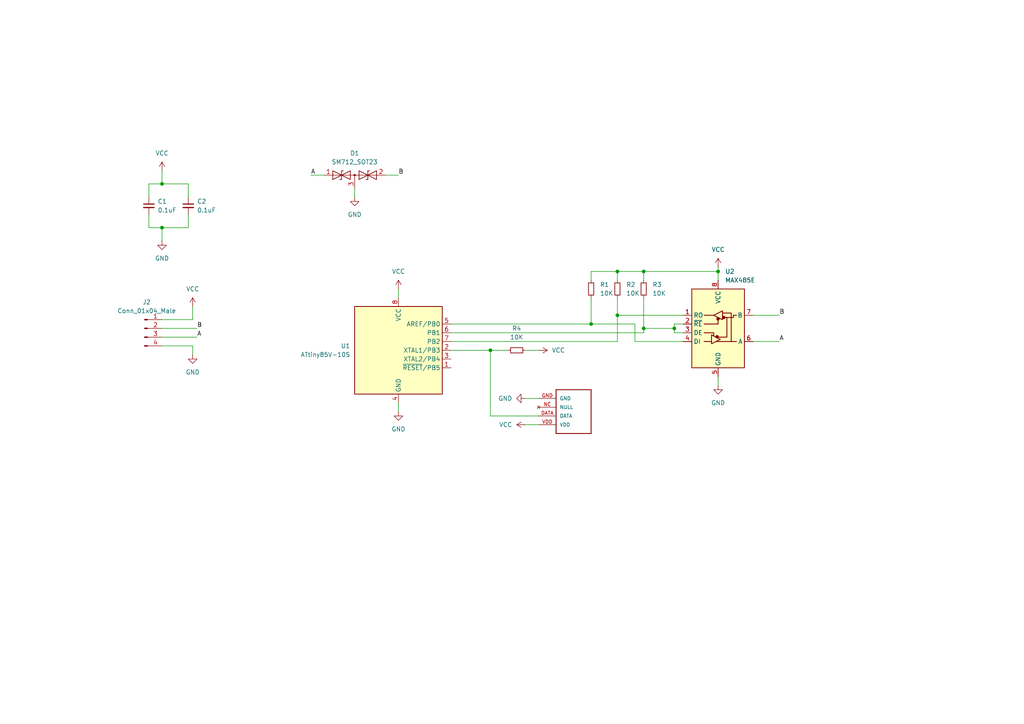
<source format=kicad_sch>
(kicad_sch (version 20211123) (generator eeschema)

  (uuid 9538e4ed-27e6-4c37-b989-9859dc0d49e8)

  (paper "A4")

  (lib_symbols
    (symbol "Connector:Conn_01x04_Male" (pin_names (offset 1.016) hide) (in_bom yes) (on_board yes)
      (property "Reference" "J" (id 0) (at 0 5.08 0)
        (effects (font (size 1.27 1.27)))
      )
      (property "Value" "Conn_01x04_Male" (id 1) (at 0 -7.62 0)
        (effects (font (size 1.27 1.27)))
      )
      (property "Footprint" "" (id 2) (at 0 0 0)
        (effects (font (size 1.27 1.27)) hide)
      )
      (property "Datasheet" "~" (id 3) (at 0 0 0)
        (effects (font (size 1.27 1.27)) hide)
      )
      (property "ki_keywords" "connector" (id 4) (at 0 0 0)
        (effects (font (size 1.27 1.27)) hide)
      )
      (property "ki_description" "Generic connector, single row, 01x04, script generated (kicad-library-utils/schlib/autogen/connector/)" (id 5) (at 0 0 0)
        (effects (font (size 1.27 1.27)) hide)
      )
      (property "ki_fp_filters" "Connector*:*_1x??_*" (id 6) (at 0 0 0)
        (effects (font (size 1.27 1.27)) hide)
      )
      (symbol "Conn_01x04_Male_1_1"
        (polyline
          (pts
            (xy 1.27 -5.08)
            (xy 0.8636 -5.08)
          )
          (stroke (width 0.1524) (type default) (color 0 0 0 0))
          (fill (type none))
        )
        (polyline
          (pts
            (xy 1.27 -2.54)
            (xy 0.8636 -2.54)
          )
          (stroke (width 0.1524) (type default) (color 0 0 0 0))
          (fill (type none))
        )
        (polyline
          (pts
            (xy 1.27 0)
            (xy 0.8636 0)
          )
          (stroke (width 0.1524) (type default) (color 0 0 0 0))
          (fill (type none))
        )
        (polyline
          (pts
            (xy 1.27 2.54)
            (xy 0.8636 2.54)
          )
          (stroke (width 0.1524) (type default) (color 0 0 0 0))
          (fill (type none))
        )
        (rectangle (start 0.8636 -4.953) (end 0 -5.207)
          (stroke (width 0.1524) (type default) (color 0 0 0 0))
          (fill (type outline))
        )
        (rectangle (start 0.8636 -2.413) (end 0 -2.667)
          (stroke (width 0.1524) (type default) (color 0 0 0 0))
          (fill (type outline))
        )
        (rectangle (start 0.8636 0.127) (end 0 -0.127)
          (stroke (width 0.1524) (type default) (color 0 0 0 0))
          (fill (type outline))
        )
        (rectangle (start 0.8636 2.667) (end 0 2.413)
          (stroke (width 0.1524) (type default) (color 0 0 0 0))
          (fill (type outline))
        )
        (pin passive line (at 5.08 2.54 180) (length 3.81)
          (name "Pin_1" (effects (font (size 1.27 1.27))))
          (number "1" (effects (font (size 1.27 1.27))))
        )
        (pin passive line (at 5.08 0 180) (length 3.81)
          (name "Pin_2" (effects (font (size 1.27 1.27))))
          (number "2" (effects (font (size 1.27 1.27))))
        )
        (pin passive line (at 5.08 -2.54 180) (length 3.81)
          (name "Pin_3" (effects (font (size 1.27 1.27))))
          (number "3" (effects (font (size 1.27 1.27))))
        )
        (pin passive line (at 5.08 -5.08 180) (length 3.81)
          (name "Pin_4" (effects (font (size 1.27 1.27))))
          (number "4" (effects (font (size 1.27 1.27))))
        )
      )
    )
    (symbol "DHT22:DHT22" (pin_names (offset 1.016)) (in_bom yes) (on_board yes)
      (property "Reference" "U" (id 0) (at 0 0 0)
        (effects (font (size 1.27 1.27)) (justify left bottom) hide)
      )
      (property "Value" "DHT22" (id 1) (at 0 0 0)
        (effects (font (size 1.27 1.27)) (justify left bottom) hide)
      )
      (property "Footprint" "DHT22" (id 2) (at 0 0 0)
        (effects (font (size 1.27 1.27)) (justify left bottom) hide)
      )
      (property "Datasheet" "" (id 3) (at 0 0 0)
        (effects (font (size 1.27 1.27)) (justify left bottom) hide)
      )
      (property "ki_locked" "" (id 4) (at 0 0 0)
        (effects (font (size 1.27 1.27)))
      )
      (symbol "DHT22_0_0"
        (polyline
          (pts
            (xy 0 0)
            (xy 10.16 0)
          )
          (stroke (width 0.254) (type default) (color 0 0 0 0))
          (fill (type none))
        )
        (polyline
          (pts
            (xy 0 12.7)
            (xy 0 0)
          )
          (stroke (width 0.254) (type default) (color 0 0 0 0))
          (fill (type none))
        )
        (polyline
          (pts
            (xy 10.16 0)
            (xy 10.16 12.7)
          )
          (stroke (width 0.254) (type default) (color 0 0 0 0))
          (fill (type none))
        )
        (polyline
          (pts
            (xy 10.16 12.7)
            (xy 0 12.7)
          )
          (stroke (width 0.254) (type default) (color 0 0 0 0))
          (fill (type none))
        )
        (pin output line (at 15.24 7.62 180) (length 5.08)
          (name "DATA" (effects (font (size 1.016 1.016))))
          (number "DATA" (effects (font (size 1.016 1.016))))
        )
        (pin power_in line (at 15.24 2.54 180) (length 5.08)
          (name "GND" (effects (font (size 1.016 1.016))))
          (number "GND" (effects (font (size 1.016 1.016))))
        )
        (pin no_connect line (at 15.24 5.08 180) (length 5.08)
          (name "NULL" (effects (font (size 1.016 1.016))))
          (number "NC" (effects (font (size 1.016 1.016))))
        )
        (pin power_in line (at 15.24 10.16 180) (length 5.08)
          (name "VDD" (effects (font (size 1.016 1.016))))
          (number "VDD" (effects (font (size 1.016 1.016))))
        )
      )
    )
    (symbol "Device:C_Small" (pin_numbers hide) (pin_names (offset 0.254) hide) (in_bom yes) (on_board yes)
      (property "Reference" "C" (id 0) (at 0.254 1.778 0)
        (effects (font (size 1.27 1.27)) (justify left))
      )
      (property "Value" "C_Small" (id 1) (at 0.254 -2.032 0)
        (effects (font (size 1.27 1.27)) (justify left))
      )
      (property "Footprint" "" (id 2) (at 0 0 0)
        (effects (font (size 1.27 1.27)) hide)
      )
      (property "Datasheet" "~" (id 3) (at 0 0 0)
        (effects (font (size 1.27 1.27)) hide)
      )
      (property "ki_keywords" "capacitor cap" (id 4) (at 0 0 0)
        (effects (font (size 1.27 1.27)) hide)
      )
      (property "ki_description" "Unpolarized capacitor, small symbol" (id 5) (at 0 0 0)
        (effects (font (size 1.27 1.27)) hide)
      )
      (property "ki_fp_filters" "C_*" (id 6) (at 0 0 0)
        (effects (font (size 1.27 1.27)) hide)
      )
      (symbol "C_Small_0_1"
        (polyline
          (pts
            (xy -1.524 -0.508)
            (xy 1.524 -0.508)
          )
          (stroke (width 0.3302) (type default) (color 0 0 0 0))
          (fill (type none))
        )
        (polyline
          (pts
            (xy -1.524 0.508)
            (xy 1.524 0.508)
          )
          (stroke (width 0.3048) (type default) (color 0 0 0 0))
          (fill (type none))
        )
      )
      (symbol "C_Small_1_1"
        (pin passive line (at 0 2.54 270) (length 2.032)
          (name "~" (effects (font (size 1.27 1.27))))
          (number "1" (effects (font (size 1.27 1.27))))
        )
        (pin passive line (at 0 -2.54 90) (length 2.032)
          (name "~" (effects (font (size 1.27 1.27))))
          (number "2" (effects (font (size 1.27 1.27))))
        )
      )
    )
    (symbol "Device:R_Small" (pin_numbers hide) (pin_names (offset 0.254) hide) (in_bom yes) (on_board yes)
      (property "Reference" "R" (id 0) (at 0.762 0.508 0)
        (effects (font (size 1.27 1.27)) (justify left))
      )
      (property "Value" "R_Small" (id 1) (at 0.762 -1.016 0)
        (effects (font (size 1.27 1.27)) (justify left))
      )
      (property "Footprint" "" (id 2) (at 0 0 0)
        (effects (font (size 1.27 1.27)) hide)
      )
      (property "Datasheet" "~" (id 3) (at 0 0 0)
        (effects (font (size 1.27 1.27)) hide)
      )
      (property "ki_keywords" "R resistor" (id 4) (at 0 0 0)
        (effects (font (size 1.27 1.27)) hide)
      )
      (property "ki_description" "Resistor, small symbol" (id 5) (at 0 0 0)
        (effects (font (size 1.27 1.27)) hide)
      )
      (property "ki_fp_filters" "R_*" (id 6) (at 0 0 0)
        (effects (font (size 1.27 1.27)) hide)
      )
      (symbol "R_Small_0_1"
        (rectangle (start -0.762 1.778) (end 0.762 -1.778)
          (stroke (width 0.2032) (type default) (color 0 0 0 0))
          (fill (type none))
        )
      )
      (symbol "R_Small_1_1"
        (pin passive line (at 0 2.54 270) (length 0.762)
          (name "~" (effects (font (size 1.27 1.27))))
          (number "1" (effects (font (size 1.27 1.27))))
        )
        (pin passive line (at 0 -2.54 90) (length 0.762)
          (name "~" (effects (font (size 1.27 1.27))))
          (number "2" (effects (font (size 1.27 1.27))))
        )
      )
    )
    (symbol "Diode:SM712_SOT23" (pin_names (offset 1.016) hide) (in_bom yes) (on_board yes)
      (property "Reference" "D" (id 0) (at 0 4.445 0)
        (effects (font (size 1.27 1.27)))
      )
      (property "Value" "SM712_SOT23" (id 1) (at 0 2.54 0)
        (effects (font (size 1.27 1.27)))
      )
      (property "Footprint" "Package_TO_SOT_SMD:SOT-23" (id 2) (at 0 -8.89 0)
        (effects (font (size 1.27 1.27)) hide)
      )
      (property "Datasheet" "https://www.littelfuse.com/~/media/electronics/datasheets/tvs_diode_arrays/littelfuse_tvs_diode_array_sm712_datasheet.pdf.pdf" (id 3) (at -3.81 0 0)
        (effects (font (size 1.27 1.27)) hide)
      )
      (property "ki_keywords" "transient voltage suppressor thyrector transil" (id 4) (at 0 0 0)
        (effects (font (size 1.27 1.27)) hide)
      )
      (property "ki_description" "7V/12V, 600W Asymmetrical TVS Diode Array, SOT-23" (id 5) (at 0 0 0)
        (effects (font (size 1.27 1.27)) hide)
      )
      (property "ki_fp_filters" "SOT?23*" (id 6) (at 0 0 0)
        (effects (font (size 1.27 1.27)) hide)
      )
      (symbol "SM712_SOT23_0_0"
        (polyline
          (pts
            (xy 0 -1.27)
            (xy 0 0)
          )
          (stroke (width 0) (type default) (color 0 0 0 0))
          (fill (type none))
        )
      )
      (symbol "SM712_SOT23_0_1"
        (polyline
          (pts
            (xy -6.35 0)
            (xy 6.35 0)
          )
          (stroke (width 0) (type default) (color 0 0 0 0))
          (fill (type none))
        )
        (polyline
          (pts
            (xy -3.302 1.27)
            (xy -3.81 1.27)
            (xy -3.81 -1.27)
            (xy -4.318 -1.27)
          )
          (stroke (width 0.2032) (type default) (color 0 0 0 0))
          (fill (type none))
        )
        (polyline
          (pts
            (xy 4.318 1.27)
            (xy 3.81 1.27)
            (xy 3.81 -1.27)
            (xy 3.302 -1.27)
          )
          (stroke (width 0.2032) (type default) (color 0 0 0 0))
          (fill (type none))
        )
        (polyline
          (pts
            (xy -6.35 -1.27)
            (xy -1.27 1.27)
            (xy -1.27 -1.27)
            (xy -6.35 1.27)
            (xy -6.35 -1.27)
          )
          (stroke (width 0.2032) (type default) (color 0 0 0 0))
          (fill (type none))
        )
        (polyline
          (pts
            (xy 1.27 -1.27)
            (xy 1.27 1.27)
            (xy 6.35 -1.27)
            (xy 6.35 1.27)
            (xy 1.27 -1.27)
          )
          (stroke (width 0.2032) (type default) (color 0 0 0 0))
          (fill (type none))
        )
        (circle (center 0 0) (radius 0.254)
          (stroke (width 0) (type default) (color 0 0 0 0))
          (fill (type outline))
        )
      )
      (symbol "SM712_SOT23_1_1"
        (pin passive line (at -8.89 0 0) (length 2.54)
          (name "A1" (effects (font (size 1.27 1.27))))
          (number "1" (effects (font (size 1.27 1.27))))
        )
        (pin passive line (at 8.89 0 180) (length 2.54)
          (name "A2" (effects (font (size 1.27 1.27))))
          (number "2" (effects (font (size 1.27 1.27))))
        )
        (pin input line (at 0 -3.81 90) (length 2.54)
          (name "common" (effects (font (size 1.27 1.27))))
          (number "3" (effects (font (size 1.27 1.27))))
        )
      )
    )
    (symbol "Interface_UART:MAX485E" (in_bom yes) (on_board yes)
      (property "Reference" "U" (id 0) (at -6.096 11.43 0)
        (effects (font (size 1.27 1.27)))
      )
      (property "Value" "MAX485E" (id 1) (at 0.762 11.43 0)
        (effects (font (size 1.27 1.27)) (justify left))
      )
      (property "Footprint" "" (id 2) (at 0 -17.78 0)
        (effects (font (size 1.27 1.27)) hide)
      )
      (property "Datasheet" "https://datasheets.maximintegrated.com/en/ds/MAX1487E-MAX491E.pdf" (id 3) (at 0 1.27 0)
        (effects (font (size 1.27 1.27)) hide)
      )
      (property "ki_keywords" "Half duplex RS-485/RS-422, 2.5 Mbps, ±15kV electro-static discharge (ESD) protection, no slew-rate, no low-power shutdown, with receiver/driver enable, 32 receiver drive kapacitity, DIP-8 and SOIC-8" (id 4) (at 0 0 0)
        (effects (font (size 1.27 1.27)) hide)
      )
      (property "ki_description" "Half duplex RS-485/RS-422, 2.5 Mbps, ±15kV electro-static discharge (ESD) protection, no slew-rate, no low-power shutdown, with receiver/driver enable, 32 receiver drive kapacitity, DIP-8 and SOIC-8" (id 5) (at 0 0 0)
        (effects (font (size 1.27 1.27)) hide)
      )
      (property "ki_fp_filters" "DIP*W7.62mm* SOIC*3.9x4.9mm*P1.27mm*" (id 6) (at 0 0 0)
        (effects (font (size 1.27 1.27)) hide)
      )
      (symbol "MAX485E_0_1"
        (rectangle (start -7.62 10.16) (end 7.62 -12.7)
          (stroke (width 0.254) (type default) (color 0 0 0 0))
          (fill (type background))
        )
        (circle (center -0.3048 -3.683) (radius 0.3556)
          (stroke (width 0.254) (type default) (color 0 0 0 0))
          (fill (type outline))
        )
        (circle (center -0.0254 1.4986) (radius 0.3556)
          (stroke (width 0.254) (type default) (color 0 0 0 0))
          (fill (type outline))
        )
        (polyline
          (pts
            (xy -4.064 -5.08)
            (xy -1.905 -5.08)
          )
          (stroke (width 0.254) (type default) (color 0 0 0 0))
          (fill (type none))
        )
        (polyline
          (pts
            (xy -4.064 2.54)
            (xy -1.27 2.54)
          )
          (stroke (width 0.254) (type default) (color 0 0 0 0))
          (fill (type none))
        )
        (polyline
          (pts
            (xy -1.27 -3.2004)
            (xy -1.27 -3.4544)
          )
          (stroke (width 0.254) (type default) (color 0 0 0 0))
          (fill (type none))
        )
        (polyline
          (pts
            (xy -0.635 -5.08)
            (xy 5.334 -5.08)
          )
          (stroke (width 0.254) (type default) (color 0 0 0 0))
          (fill (type none))
        )
        (polyline
          (pts
            (xy -4.064 -2.54)
            (xy -1.27 -2.54)
            (xy -1.27 -3.175)
          )
          (stroke (width 0.254) (type default) (color 0 0 0 0))
          (fill (type none))
        )
        (polyline
          (pts
            (xy 0 1.27)
            (xy 0 0)
            (xy -4.064 0)
          )
          (stroke (width 0.254) (type default) (color 0 0 0 0))
          (fill (type none))
        )
        (polyline
          (pts
            (xy 1.27 3.175)
            (xy 3.81 3.175)
            (xy 3.81 -5.08)
          )
          (stroke (width 0.254) (type default) (color 0 0 0 0))
          (fill (type none))
        )
        (polyline
          (pts
            (xy 2.54 1.905)
            (xy 2.54 -3.81)
            (xy 0 -3.81)
          )
          (stroke (width 0.254) (type default) (color 0 0 0 0))
          (fill (type none))
        )
        (polyline
          (pts
            (xy -1.905 -3.175)
            (xy -1.905 -5.715)
            (xy 0.635 -4.445)
            (xy -1.905 -3.175)
          )
          (stroke (width 0.254) (type default) (color 0 0 0 0))
          (fill (type none))
        )
        (polyline
          (pts
            (xy -1.27 2.54)
            (xy 1.27 3.81)
            (xy 1.27 1.27)
            (xy -1.27 2.54)
          )
          (stroke (width 0.254) (type default) (color 0 0 0 0))
          (fill (type none))
        )
        (polyline
          (pts
            (xy 1.905 1.905)
            (xy 4.445 1.905)
            (xy 4.445 2.54)
            (xy 5.334 2.54)
          )
          (stroke (width 0.254) (type default) (color 0 0 0 0))
          (fill (type none))
        )
        (rectangle (start 1.27 3.175) (end 1.27 3.175)
          (stroke (width 0) (type default) (color 0 0 0 0))
          (fill (type none))
        )
        (circle (center 1.651 1.905) (radius 0.3556)
          (stroke (width 0.254) (type default) (color 0 0 0 0))
          (fill (type outline))
        )
      )
      (symbol "MAX485E_1_1"
        (pin output line (at -10.16 2.54 0) (length 2.54)
          (name "RO" (effects (font (size 1.27 1.27))))
          (number "1" (effects (font (size 1.27 1.27))))
        )
        (pin input line (at -10.16 0 0) (length 2.54)
          (name "~{RE}" (effects (font (size 1.27 1.27))))
          (number "2" (effects (font (size 1.27 1.27))))
        )
        (pin input line (at -10.16 -2.54 0) (length 2.54)
          (name "DE" (effects (font (size 1.27 1.27))))
          (number "3" (effects (font (size 1.27 1.27))))
        )
        (pin input line (at -10.16 -5.08 0) (length 2.54)
          (name "DI" (effects (font (size 1.27 1.27))))
          (number "4" (effects (font (size 1.27 1.27))))
        )
        (pin power_in line (at 0 -15.24 90) (length 2.54)
          (name "GND" (effects (font (size 1.27 1.27))))
          (number "5" (effects (font (size 1.27 1.27))))
        )
        (pin bidirectional line (at 10.16 -5.08 180) (length 2.54)
          (name "A" (effects (font (size 1.27 1.27))))
          (number "6" (effects (font (size 1.27 1.27))))
        )
        (pin bidirectional line (at 10.16 2.54 180) (length 2.54)
          (name "B" (effects (font (size 1.27 1.27))))
          (number "7" (effects (font (size 1.27 1.27))))
        )
        (pin power_in line (at 0 12.7 270) (length 2.54)
          (name "VCC" (effects (font (size 1.27 1.27))))
          (number "8" (effects (font (size 1.27 1.27))))
        )
      )
    )
    (symbol "MCU_Microchip_ATtiny:ATtiny85V-10S" (in_bom yes) (on_board yes)
      (property "Reference" "U" (id 0) (at -12.7 13.97 0)
        (effects (font (size 1.27 1.27)) (justify left bottom))
      )
      (property "Value" "ATtiny85V-10S" (id 1) (at 2.54 -13.97 0)
        (effects (font (size 1.27 1.27)) (justify left top))
      )
      (property "Footprint" "Package_SO:SOIC-8W_5.3x5.3mm_P1.27mm" (id 2) (at 0 0 0)
        (effects (font (size 1.27 1.27) italic) hide)
      )
      (property "Datasheet" "http://ww1.microchip.com/downloads/en/DeviceDoc/atmel-2586-avr-8-bit-microcontroller-attiny25-attiny45-attiny85_datasheet.pdf" (id 3) (at 0 0 0)
        (effects (font (size 1.27 1.27)) hide)
      )
      (property "ki_keywords" "AVR 8bit Microcontroller tinyAVR" (id 4) (at 0 0 0)
        (effects (font (size 1.27 1.27)) hide)
      )
      (property "ki_description" "10MHz, 8kB Flash, 512B SRAM, 512B EEPROM, debugWIRE, SOIC-8W" (id 5) (at 0 0 0)
        (effects (font (size 1.27 1.27)) hide)
      )
      (property "ki_fp_filters" "SOIC*5.3x5.3mm*P1.27mm*" (id 6) (at 0 0 0)
        (effects (font (size 1.27 1.27)) hide)
      )
      (symbol "ATtiny85V-10S_0_1"
        (rectangle (start -12.7 -12.7) (end 12.7 12.7)
          (stroke (width 0.254) (type default) (color 0 0 0 0))
          (fill (type background))
        )
      )
      (symbol "ATtiny85V-10S_1_1"
        (pin bidirectional line (at 15.24 -5.08 180) (length 2.54)
          (name "~{RESET}/PB5" (effects (font (size 1.27 1.27))))
          (number "1" (effects (font (size 1.27 1.27))))
        )
        (pin bidirectional line (at 15.24 0 180) (length 2.54)
          (name "XTAL1/PB3" (effects (font (size 1.27 1.27))))
          (number "2" (effects (font (size 1.27 1.27))))
        )
        (pin bidirectional line (at 15.24 -2.54 180) (length 2.54)
          (name "XTAL2/PB4" (effects (font (size 1.27 1.27))))
          (number "3" (effects (font (size 1.27 1.27))))
        )
        (pin power_in line (at 0 -15.24 90) (length 2.54)
          (name "GND" (effects (font (size 1.27 1.27))))
          (number "4" (effects (font (size 1.27 1.27))))
        )
        (pin bidirectional line (at 15.24 7.62 180) (length 2.54)
          (name "AREF/PB0" (effects (font (size 1.27 1.27))))
          (number "5" (effects (font (size 1.27 1.27))))
        )
        (pin bidirectional line (at 15.24 5.08 180) (length 2.54)
          (name "PB1" (effects (font (size 1.27 1.27))))
          (number "6" (effects (font (size 1.27 1.27))))
        )
        (pin bidirectional line (at 15.24 2.54 180) (length 2.54)
          (name "PB2" (effects (font (size 1.27 1.27))))
          (number "7" (effects (font (size 1.27 1.27))))
        )
        (pin power_in line (at 0 15.24 270) (length 2.54)
          (name "VCC" (effects (font (size 1.27 1.27))))
          (number "8" (effects (font (size 1.27 1.27))))
        )
      )
    )
    (symbol "power:GND" (power) (pin_names (offset 0)) (in_bom yes) (on_board yes)
      (property "Reference" "#PWR" (id 0) (at 0 -6.35 0)
        (effects (font (size 1.27 1.27)) hide)
      )
      (property "Value" "GND" (id 1) (at 0 -3.81 0)
        (effects (font (size 1.27 1.27)))
      )
      (property "Footprint" "" (id 2) (at 0 0 0)
        (effects (font (size 1.27 1.27)) hide)
      )
      (property "Datasheet" "" (id 3) (at 0 0 0)
        (effects (font (size 1.27 1.27)) hide)
      )
      (property "ki_keywords" "power-flag" (id 4) (at 0 0 0)
        (effects (font (size 1.27 1.27)) hide)
      )
      (property "ki_description" "Power symbol creates a global label with name \"GND\" , ground" (id 5) (at 0 0 0)
        (effects (font (size 1.27 1.27)) hide)
      )
      (symbol "GND_0_1"
        (polyline
          (pts
            (xy 0 0)
            (xy 0 -1.27)
            (xy 1.27 -1.27)
            (xy 0 -2.54)
            (xy -1.27 -1.27)
            (xy 0 -1.27)
          )
          (stroke (width 0) (type default) (color 0 0 0 0))
          (fill (type none))
        )
      )
      (symbol "GND_1_1"
        (pin power_in line (at 0 0 270) (length 0) hide
          (name "GND" (effects (font (size 1.27 1.27))))
          (number "1" (effects (font (size 1.27 1.27))))
        )
      )
    )
    (symbol "power:VCC" (power) (pin_names (offset 0)) (in_bom yes) (on_board yes)
      (property "Reference" "#PWR" (id 0) (at 0 -3.81 0)
        (effects (font (size 1.27 1.27)) hide)
      )
      (property "Value" "VCC" (id 1) (at 0 3.81 0)
        (effects (font (size 1.27 1.27)))
      )
      (property "Footprint" "" (id 2) (at 0 0 0)
        (effects (font (size 1.27 1.27)) hide)
      )
      (property "Datasheet" "" (id 3) (at 0 0 0)
        (effects (font (size 1.27 1.27)) hide)
      )
      (property "ki_keywords" "power-flag" (id 4) (at 0 0 0)
        (effects (font (size 1.27 1.27)) hide)
      )
      (property "ki_description" "Power symbol creates a global label with name \"VCC\"" (id 5) (at 0 0 0)
        (effects (font (size 1.27 1.27)) hide)
      )
      (symbol "VCC_0_1"
        (polyline
          (pts
            (xy -0.762 1.27)
            (xy 0 2.54)
          )
          (stroke (width 0) (type default) (color 0 0 0 0))
          (fill (type none))
        )
        (polyline
          (pts
            (xy 0 0)
            (xy 0 2.54)
          )
          (stroke (width 0) (type default) (color 0 0 0 0))
          (fill (type none))
        )
        (polyline
          (pts
            (xy 0 2.54)
            (xy 0.762 1.27)
          )
          (stroke (width 0) (type default) (color 0 0 0 0))
          (fill (type none))
        )
      )
      (symbol "VCC_1_1"
        (pin power_in line (at 0 0 90) (length 0) hide
          (name "VCC" (effects (font (size 1.27 1.27))))
          (number "1" (effects (font (size 1.27 1.27))))
        )
      )
    )
  )

  (junction (at 171.45 93.98) (diameter 0) (color 0 0 0 0)
    (uuid 0fecac64-c8d6-4bbe-89bd-7eec65dd302c)
  )
  (junction (at 46.99 66.04) (diameter 0) (color 0 0 0 0)
    (uuid 160b7e38-21ed-4cbe-a287-68dfadc58a01)
  )
  (junction (at 195.58 95.25) (diameter 0) (color 0 0 0 0)
    (uuid 18505a27-e048-4c99-939f-13bbdf43eb7b)
  )
  (junction (at 186.69 95.25) (diameter 0) (color 0 0 0 0)
    (uuid 19e0d367-f88c-47fd-ba34-2aa613aa3fe0)
  )
  (junction (at 179.07 91.44) (diameter 0) (color 0 0 0 0)
    (uuid 39bd1e20-1e90-4c25-acee-c803b5e946cd)
  )
  (junction (at 46.99 53.34) (diameter 0) (color 0 0 0 0)
    (uuid 57275c93-fa63-4984-8bd3-9c273b9fdc73)
  )
  (junction (at 179.07 78.74) (diameter 0) (color 0 0 0 0)
    (uuid 5c788ba3-1b7e-4660-9f3d-775a3c4b7dca)
  )
  (junction (at 142.24 101.6) (diameter 0) (color 0 0 0 0)
    (uuid 5dfd3502-baa2-42e0-97d0-38b3e62598e1)
  )
  (junction (at 208.28 78.74) (diameter 0) (color 0 0 0 0)
    (uuid 6edc097b-4a31-489d-b37a-9503204c8e4d)
  )
  (junction (at 186.69 78.74) (diameter 0) (color 0 0 0 0)
    (uuid e16cd965-ae8a-4180-9b91-04398fb2fdee)
  )

  (wire (pts (xy 156.21 120.65) (xy 142.24 120.65))
    (stroke (width 0) (type default) (color 0 0 0 0))
    (uuid 07c8334f-c0df-4155-997c-a52db6953e9b)
  )
  (wire (pts (xy 43.18 53.34) (xy 46.99 53.34))
    (stroke (width 0) (type default) (color 0 0 0 0))
    (uuid 0b485980-164a-420f-aa20-9bba2db9ae3b)
  )
  (wire (pts (xy 152.4 123.19) (xy 156.21 123.19))
    (stroke (width 0) (type default) (color 0 0 0 0))
    (uuid 15a0b847-79ca-4b54-bf7d-cb2149bdaacd)
  )
  (wire (pts (xy 208.28 109.22) (xy 208.28 111.76))
    (stroke (width 0) (type default) (color 0 0 0 0))
    (uuid 1cbb6e1b-45fe-4dd7-be48-9db22abfc169)
  )
  (wire (pts (xy 54.61 53.34) (xy 54.61 57.15))
    (stroke (width 0) (type default) (color 0 0 0 0))
    (uuid 1f47b111-a6b9-4cae-a1b2-f78b83253616)
  )
  (wire (pts (xy 43.18 66.04) (xy 46.99 66.04))
    (stroke (width 0) (type default) (color 0 0 0 0))
    (uuid 2205a110-6b4b-482e-ad7f-75af88962d7c)
  )
  (wire (pts (xy 46.99 49.53) (xy 46.99 53.34))
    (stroke (width 0) (type default) (color 0 0 0 0))
    (uuid 25619dec-7fa5-4f00-8695-7722b4b80d93)
  )
  (wire (pts (xy 46.99 100.33) (xy 55.88 100.33))
    (stroke (width 0) (type default) (color 0 0 0 0))
    (uuid 296d2286-2ad0-4342-8850-4cf3a7b0be83)
  )
  (wire (pts (xy 55.88 100.33) (xy 55.88 102.87))
    (stroke (width 0) (type default) (color 0 0 0 0))
    (uuid 4c4746ff-3691-44cd-b381-637db0a3d49d)
  )
  (wire (pts (xy 46.99 95.25) (xy 57.15 95.25))
    (stroke (width 0) (type default) (color 0 0 0 0))
    (uuid 4e9d9bbb-bb4b-4f71-a57a-a915249deb73)
  )
  (wire (pts (xy 208.28 77.47) (xy 208.28 78.74))
    (stroke (width 0) (type default) (color 0 0 0 0))
    (uuid 542e3345-429e-49c3-bd23-4a25b474901d)
  )
  (wire (pts (xy 171.45 93.98) (xy 184.15 93.98))
    (stroke (width 0) (type default) (color 0 0 0 0))
    (uuid 55f2ecb8-4666-4feb-9b2d-53241d064677)
  )
  (wire (pts (xy 46.99 53.34) (xy 54.61 53.34))
    (stroke (width 0) (type default) (color 0 0 0 0))
    (uuid 562fb5cf-6da4-4d14-b7c1-b2e96d0c11f9)
  )
  (wire (pts (xy 186.69 78.74) (xy 186.69 81.28))
    (stroke (width 0) (type default) (color 0 0 0 0))
    (uuid 58ac4704-69c9-47d2-8a2d-b7c0afd5a58b)
  )
  (wire (pts (xy 43.18 62.23) (xy 43.18 66.04))
    (stroke (width 0) (type default) (color 0 0 0 0))
    (uuid 5dcd6905-8e33-4fac-807c-f1f8a417fc2f)
  )
  (wire (pts (xy 179.07 91.44) (xy 179.07 99.06))
    (stroke (width 0) (type default) (color 0 0 0 0))
    (uuid 6615f020-9797-47ac-9d29-36a7d6c045ad)
  )
  (wire (pts (xy 195.58 95.25) (xy 195.58 96.52))
    (stroke (width 0) (type default) (color 0 0 0 0))
    (uuid 68f433cc-aede-4cef-babb-00cf8efa4c51)
  )
  (wire (pts (xy 171.45 78.74) (xy 179.07 78.74))
    (stroke (width 0) (type default) (color 0 0 0 0))
    (uuid 6cf55c84-a7a3-4353-9c05-4cc4e117f0d9)
  )
  (wire (pts (xy 218.44 91.44) (xy 226.06 91.44))
    (stroke (width 0) (type default) (color 0 0 0 0))
    (uuid 6d401fdd-c1f6-4321-96c4-4843b6143be9)
  )
  (wire (pts (xy 115.57 83.82) (xy 115.57 86.36))
    (stroke (width 0) (type default) (color 0 0 0 0))
    (uuid 714d1af4-dacb-4bcc-9417-96ea45baa98c)
  )
  (wire (pts (xy 46.99 66.04) (xy 46.99 69.85))
    (stroke (width 0) (type default) (color 0 0 0 0))
    (uuid 71e08c4a-87e8-4eab-bf7a-07576b516f43)
  )
  (wire (pts (xy 184.15 93.98) (xy 184.15 99.06))
    (stroke (width 0) (type default) (color 0 0 0 0))
    (uuid 73b593d2-0cd8-465f-81a9-258c19aa6a26)
  )
  (wire (pts (xy 195.58 95.25) (xy 186.69 95.25))
    (stroke (width 0) (type default) (color 0 0 0 0))
    (uuid 7836f56c-f306-46f0-9c2e-148ea6bb816a)
  )
  (wire (pts (xy 195.58 96.52) (xy 198.12 96.52))
    (stroke (width 0) (type default) (color 0 0 0 0))
    (uuid 7996d85f-3a01-4b69-876f-af959096bbca)
  )
  (wire (pts (xy 142.24 101.6) (xy 147.32 101.6))
    (stroke (width 0) (type default) (color 0 0 0 0))
    (uuid 83ded398-b9a7-4800-8071-fa9a60df8102)
  )
  (wire (pts (xy 179.07 99.06) (xy 130.81 99.06))
    (stroke (width 0) (type default) (color 0 0 0 0))
    (uuid 892d2c64-da19-438f-95d7-10fd71260c9f)
  )
  (wire (pts (xy 54.61 62.23) (xy 54.61 66.04))
    (stroke (width 0) (type default) (color 0 0 0 0))
    (uuid 8d5fad35-6dbd-450d-9dd9-c74c0d9caf4f)
  )
  (wire (pts (xy 198.12 93.98) (xy 195.58 93.98))
    (stroke (width 0) (type default) (color 0 0 0 0))
    (uuid 90a49dc8-cd91-45e9-aa56-29213f2742a9)
  )
  (wire (pts (xy 171.45 78.74) (xy 171.45 81.28))
    (stroke (width 0) (type default) (color 0 0 0 0))
    (uuid 928351e2-9636-4f3e-a7d2-ee453b3b7661)
  )
  (wire (pts (xy 179.07 78.74) (xy 186.69 78.74))
    (stroke (width 0) (type default) (color 0 0 0 0))
    (uuid 94e96592-dd0b-4267-842e-82a65da33e29)
  )
  (wire (pts (xy 171.45 93.98) (xy 171.45 86.36))
    (stroke (width 0) (type default) (color 0 0 0 0))
    (uuid 95e54c1b-99d9-48be-afd8-f757da811cbf)
  )
  (wire (pts (xy 142.24 101.6) (xy 130.81 101.6))
    (stroke (width 0) (type default) (color 0 0 0 0))
    (uuid 987db633-f82f-4cec-83fa-0ce165c370a0)
  )
  (wire (pts (xy 208.28 78.74) (xy 208.28 81.28))
    (stroke (width 0) (type default) (color 0 0 0 0))
    (uuid 9ae54465-83f3-46fd-954c-a9fd0dcad101)
  )
  (wire (pts (xy 152.4 115.57) (xy 156.21 115.57))
    (stroke (width 0) (type default) (color 0 0 0 0))
    (uuid a2fe70c0-a40b-4326-a2ae-69821615f6b1)
  )
  (wire (pts (xy 90.17 50.8) (xy 93.98 50.8))
    (stroke (width 0) (type default) (color 0 0 0 0))
    (uuid a8784ea6-201a-4b13-81ce-18ea2322f3d5)
  )
  (wire (pts (xy 186.69 96.52) (xy 186.69 95.25))
    (stroke (width 0) (type default) (color 0 0 0 0))
    (uuid ac0cca55-4dd0-42f8-ae2a-452fc2a01172)
  )
  (wire (pts (xy 130.81 93.98) (xy 171.45 93.98))
    (stroke (width 0) (type default) (color 0 0 0 0))
    (uuid add93e8a-9b82-464a-a200-7edecf387948)
  )
  (wire (pts (xy 46.99 92.71) (xy 55.88 92.71))
    (stroke (width 0) (type default) (color 0 0 0 0))
    (uuid b53435cf-4df1-4302-9a07-be93e2e0cbf1)
  )
  (wire (pts (xy 46.99 66.04) (xy 54.61 66.04))
    (stroke (width 0) (type default) (color 0 0 0 0))
    (uuid ba39e9ff-ba66-4815-b792-5e6d879e1913)
  )
  (wire (pts (xy 43.18 57.15) (xy 43.18 53.34))
    (stroke (width 0) (type default) (color 0 0 0 0))
    (uuid bea97e4a-830b-4470-991b-8c92a2c5524c)
  )
  (wire (pts (xy 186.69 95.25) (xy 186.69 86.36))
    (stroke (width 0) (type default) (color 0 0 0 0))
    (uuid c07b118a-1bd0-4de7-af3c-e8aa0132f6e1)
  )
  (wire (pts (xy 218.44 99.06) (xy 226.06 99.06))
    (stroke (width 0) (type default) (color 0 0 0 0))
    (uuid c25b90aa-c787-46a1-8b80-e5b9fd45039a)
  )
  (wire (pts (xy 130.81 96.52) (xy 186.69 96.52))
    (stroke (width 0) (type default) (color 0 0 0 0))
    (uuid c6272f87-06e2-4e4e-b87c-1adbe53dd934)
  )
  (wire (pts (xy 195.58 93.98) (xy 195.58 95.25))
    (stroke (width 0) (type default) (color 0 0 0 0))
    (uuid c9724f67-b278-44db-9fce-8a6d615810b1)
  )
  (wire (pts (xy 46.99 97.79) (xy 57.15 97.79))
    (stroke (width 0) (type default) (color 0 0 0 0))
    (uuid cbcd0d64-a8b4-4e90-93e0-a9eb5a170c87)
  )
  (wire (pts (xy 111.76 50.8) (xy 115.57 50.8))
    (stroke (width 0) (type default) (color 0 0 0 0))
    (uuid cc7e5d94-de89-497c-a90e-a810b6ec107b)
  )
  (wire (pts (xy 179.07 86.36) (xy 179.07 91.44))
    (stroke (width 0) (type default) (color 0 0 0 0))
    (uuid d428eb06-bf19-4c61-a750-a423a957ceb3)
  )
  (wire (pts (xy 179.07 91.44) (xy 198.12 91.44))
    (stroke (width 0) (type default) (color 0 0 0 0))
    (uuid da13a6f3-2c84-488c-ab37-f0fdd495c4ce)
  )
  (wire (pts (xy 102.87 54.61) (xy 102.87 57.15))
    (stroke (width 0) (type default) (color 0 0 0 0))
    (uuid dd95b3ec-294e-46ef-8bd9-a958b0bc1331)
  )
  (wire (pts (xy 142.24 120.65) (xy 142.24 101.6))
    (stroke (width 0) (type default) (color 0 0 0 0))
    (uuid ddd2ff5d-27b6-47b7-9fd8-53b7adc3d730)
  )
  (wire (pts (xy 186.69 78.74) (xy 208.28 78.74))
    (stroke (width 0) (type default) (color 0 0 0 0))
    (uuid e07a01ba-1b75-40fb-86a8-81767b8f5d6b)
  )
  (wire (pts (xy 179.07 78.74) (xy 179.07 81.28))
    (stroke (width 0) (type default) (color 0 0 0 0))
    (uuid e44d9aa1-8667-4bba-a54e-569889b34746)
  )
  (wire (pts (xy 115.57 116.84) (xy 115.57 119.38))
    (stroke (width 0) (type default) (color 0 0 0 0))
    (uuid ea08695d-e57c-4df9-8ab7-095e4e95cec6)
  )
  (wire (pts (xy 55.88 92.71) (xy 55.88 88.9))
    (stroke (width 0) (type default) (color 0 0 0 0))
    (uuid ea156770-db6a-4139-8ea5-f5021d1debb3)
  )
  (wire (pts (xy 184.15 99.06) (xy 198.12 99.06))
    (stroke (width 0) (type default) (color 0 0 0 0))
    (uuid eb0c8305-b80f-439e-83e0-5993733b2d1c)
  )
  (wire (pts (xy 152.4 101.6) (xy 156.21 101.6))
    (stroke (width 0) (type default) (color 0 0 0 0))
    (uuid fab8b84d-938d-4ddf-a89f-c1744fffda44)
  )

  (label "A" (at 90.17 50.8 0)
    (effects (font (size 1.27 1.27)) (justify left bottom))
    (uuid 11cba8d6-e191-4f86-889d-cc197f9e900d)
  )
  (label "B" (at 57.15 95.25 0)
    (effects (font (size 1.27 1.27)) (justify left bottom))
    (uuid 3b0cea30-e94d-46c0-80a8-2539588ff62c)
  )
  (label "B" (at 226.06 91.44 0)
    (effects (font (size 1.27 1.27)) (justify left bottom))
    (uuid a6347fea-87e1-4897-bfe2-729d24d2f085)
  )
  (label "A" (at 57.15 97.79 0)
    (effects (font (size 1.27 1.27)) (justify left bottom))
    (uuid af09d2b3-6475-4486-951a-cc54554b34c9)
  )
  (label "B" (at 115.57 50.8 0)
    (effects (font (size 1.27 1.27)) (justify left bottom))
    (uuid d820a950-71ed-4ad5-adba-2bfd13a51d21)
  )
  (label "A" (at 226.06 99.06 0)
    (effects (font (size 1.27 1.27)) (justify left bottom))
    (uuid eec347af-8fb3-4b2d-8e93-6e7176516f57)
  )

  (symbol (lib_id "DHT22:DHT22") (at 171.45 113.03 180) (unit 1)
    (in_bom yes) (on_board yes) (fields_autoplaced)
    (uuid 00a19e50-aaf9-478e-86d1-99887db1a3e5)
    (property "Reference" "U3" (id 0) (at 171.45 113.03 0)
      (effects (font (size 1.27 1.27)) (justify left bottom) hide)
    )
    (property "Value" "DHT22" (id 1) (at 171.45 113.03 0)
      (effects (font (size 1.27 1.27)) (justify left bottom) hide)
    )
    (property "Footprint" "DHT22" (id 2) (at 171.45 113.03 0)
      (effects (font (size 1.27 1.27)) (justify left bottom) hide)
    )
    (property "Datasheet" "" (id 3) (at 171.45 113.03 0)
      (effects (font (size 1.27 1.27)) (justify left bottom) hide)
    )
    (pin "DATA" (uuid cb5a1951-92c6-4f53-8cb8-e204f975d583))
    (pin "GND" (uuid 7336ef96-1669-4ebe-8854-fa591eb94b8e))
    (pin "NC" (uuid 3e6d0e8a-71d6-4022-a125-9547b413fa2e))
    (pin "VDD" (uuid 41a6e2d3-e37e-405b-98da-024be97c5764))
  )

  (symbol (lib_id "power:VCC") (at 208.28 77.47 0) (unit 1)
    (in_bom yes) (on_board yes) (fields_autoplaced)
    (uuid 010ef052-d719-4642-bffc-5baaba850b88)
    (property "Reference" "#PWR0102" (id 0) (at 208.28 81.28 0)
      (effects (font (size 1.27 1.27)) hide)
    )
    (property "Value" "VCC" (id 1) (at 208.28 72.39 0))
    (property "Footprint" "" (id 2) (at 208.28 77.47 0)
      (effects (font (size 1.27 1.27)) hide)
    )
    (property "Datasheet" "" (id 3) (at 208.28 77.47 0)
      (effects (font (size 1.27 1.27)) hide)
    )
    (pin "1" (uuid a181bf67-7276-483b-8352-c18044784a3e))
  )

  (symbol (lib_id "power:GND") (at 55.88 102.87 0) (unit 1)
    (in_bom yes) (on_board yes) (fields_autoplaced)
    (uuid 1aa2ffe7-cd7b-44d8-a65a-b1652a5f998b)
    (property "Reference" "#PWR0107" (id 0) (at 55.88 109.22 0)
      (effects (font (size 1.27 1.27)) hide)
    )
    (property "Value" "GND" (id 1) (at 55.88 107.95 0))
    (property "Footprint" "" (id 2) (at 55.88 102.87 0)
      (effects (font (size 1.27 1.27)) hide)
    )
    (property "Datasheet" "" (id 3) (at 55.88 102.87 0)
      (effects (font (size 1.27 1.27)) hide)
    )
    (pin "1" (uuid a5e66907-97f6-494a-ba96-62895ca062a8))
  )

  (symbol (lib_id "power:GND") (at 152.4 115.57 270) (unit 1)
    (in_bom yes) (on_board yes) (fields_autoplaced)
    (uuid 1cfab850-076f-4e56-b1ab-e470019fe116)
    (property "Reference" "#PWR0110" (id 0) (at 146.05 115.57 0)
      (effects (font (size 1.27 1.27)) hide)
    )
    (property "Value" "GND" (id 1) (at 148.59 115.5699 90)
      (effects (font (size 1.27 1.27)) (justify right))
    )
    (property "Footprint" "" (id 2) (at 152.4 115.57 0)
      (effects (font (size 1.27 1.27)) hide)
    )
    (property "Datasheet" "" (id 3) (at 152.4 115.57 0)
      (effects (font (size 1.27 1.27)) hide)
    )
    (pin "1" (uuid 9131ac46-36c8-4d6e-b3c2-3762222bebc2))
  )

  (symbol (lib_id "Connector:Conn_01x04_Male") (at 41.91 95.25 0) (unit 1)
    (in_bom yes) (on_board yes) (fields_autoplaced)
    (uuid 1db9b789-291d-4479-be43-499dd7370a33)
    (property "Reference" "J2" (id 0) (at 42.545 87.63 0))
    (property "Value" "Conn_01x04_Male" (id 1) (at 42.545 90.17 0))
    (property "Footprint" "Connector_PinHeader_1.27mm:PinHeader_1x04_P1.27mm_Vertical" (id 2) (at 41.91 95.25 0)
      (effects (font (size 1.27 1.27)) hide)
    )
    (property "Datasheet" "~" (id 3) (at 41.91 95.25 0)
      (effects (font (size 1.27 1.27)) hide)
    )
    (pin "1" (uuid d052fc61-a25f-43ef-80ab-3e914a66db34))
    (pin "2" (uuid 81788e98-243c-440b-9e5b-f46aec5bdc77))
    (pin "3" (uuid 553170cd-ee32-494b-8867-1cc840e808fa))
    (pin "4" (uuid c69cc66c-1fa9-42e2-8f10-c4b0191c1a6c))
  )

  (symbol (lib_id "Device:C_Small") (at 43.18 59.69 0) (unit 1)
    (in_bom yes) (on_board yes) (fields_autoplaced)
    (uuid 25ada721-670a-4020-ae0b-77410c4e375a)
    (property "Reference" "C1" (id 0) (at 45.72 58.4262 0)
      (effects (font (size 1.27 1.27)) (justify left))
    )
    (property "Value" "0.1uF" (id 1) (at 45.72 60.9662 0)
      (effects (font (size 1.27 1.27)) (justify left))
    )
    (property "Footprint" "Capacitor_SMD:C_0805_2012Metric" (id 2) (at 43.18 59.69 0)
      (effects (font (size 1.27 1.27)) hide)
    )
    (property "Datasheet" "~" (id 3) (at 43.18 59.69 0)
      (effects (font (size 1.27 1.27)) hide)
    )
    (pin "1" (uuid 3f43b8cc-e232-4de4-a8bc-56a1a1c0a87a))
    (pin "2" (uuid 7fa098fb-b644-4e64-920e-8328b5d12f21))
  )

  (symbol (lib_id "Diode:SM712_SOT23") (at 102.87 50.8 0) (unit 1)
    (in_bom yes) (on_board yes) (fields_autoplaced)
    (uuid 2e5aeeb3-7789-4c7b-a4eb-4cccc5462078)
    (property "Reference" "D1" (id 0) (at 102.87 44.45 0))
    (property "Value" "SM712_SOT23" (id 1) (at 102.87 46.99 0))
    (property "Footprint" "Package_TO_SOT_SMD:SOT-23" (id 2) (at 102.87 59.69 0)
      (effects (font (size 1.27 1.27)) hide)
    )
    (property "Datasheet" "https://www.littelfuse.com/~/media/electronics/datasheets/tvs_diode_arrays/littelfuse_tvs_diode_array_sm712_datasheet.pdf.pdf" (id 3) (at 99.06 50.8 0)
      (effects (font (size 1.27 1.27)) hide)
    )
    (pin "1" (uuid 57ce4990-b27f-421c-9bb8-1e67bb6dfca9))
    (pin "2" (uuid 46264884-dbdd-4f56-98c9-5303176ce154))
    (pin "3" (uuid 6fbfbac4-d30d-4c4d-bc5b-a3fed32cd3bd))
  )

  (symbol (lib_id "power:VCC") (at 115.57 83.82 0) (unit 1)
    (in_bom yes) (on_board yes) (fields_autoplaced)
    (uuid 3e5a7fc5-22db-46fb-b1bb-84a50b2d6d9f)
    (property "Reference" "#PWR0106" (id 0) (at 115.57 87.63 0)
      (effects (font (size 1.27 1.27)) hide)
    )
    (property "Value" "VCC" (id 1) (at 115.57 78.74 0))
    (property "Footprint" "" (id 2) (at 115.57 83.82 0)
      (effects (font (size 1.27 1.27)) hide)
    )
    (property "Datasheet" "" (id 3) (at 115.57 83.82 0)
      (effects (font (size 1.27 1.27)) hide)
    )
    (pin "1" (uuid 23260b48-c011-4971-b14c-1169c3d46f20))
  )

  (symbol (lib_id "Device:R_Small") (at 149.86 101.6 270) (unit 1)
    (in_bom yes) (on_board yes) (fields_autoplaced)
    (uuid 4211c77d-b24b-4674-99f2-a2fa71882bea)
    (property "Reference" "R4" (id 0) (at 149.86 95.25 90))
    (property "Value" "10K" (id 1) (at 149.86 97.79 90))
    (property "Footprint" "Resistor_SMD:R_0603_1608Metric" (id 2) (at 149.86 101.6 0)
      (effects (font (size 1.27 1.27)) hide)
    )
    (property "Datasheet" "~" (id 3) (at 149.86 101.6 0)
      (effects (font (size 1.27 1.27)) hide)
    )
    (pin "1" (uuid 9707f413-9a8a-4d03-a14f-e93455cc8f31))
    (pin "2" (uuid b35cbb4b-5051-4748-b6fe-1917c106322a))
  )

  (symbol (lib_id "Device:R_Small") (at 179.07 83.82 0) (unit 1)
    (in_bom yes) (on_board yes) (fields_autoplaced)
    (uuid 5047963f-f3ea-415d-91ce-148f5f9ba3b2)
    (property "Reference" "R2" (id 0) (at 181.61 82.5499 0)
      (effects (font (size 1.27 1.27)) (justify left))
    )
    (property "Value" "10K" (id 1) (at 181.61 85.0899 0)
      (effects (font (size 1.27 1.27)) (justify left))
    )
    (property "Footprint" "Resistor_SMD:R_0603_1608Metric" (id 2) (at 179.07 83.82 0)
      (effects (font (size 1.27 1.27)) hide)
    )
    (property "Datasheet" "~" (id 3) (at 179.07 83.82 0)
      (effects (font (size 1.27 1.27)) hide)
    )
    (pin "1" (uuid 20b466aa-0f4a-405a-bad3-1c7d162dab83))
    (pin "2" (uuid 31abb4ac-4f4e-48fe-86b0-39b15d098424))
  )

  (symbol (lib_id "power:GND") (at 102.87 57.15 0) (unit 1)
    (in_bom yes) (on_board yes) (fields_autoplaced)
    (uuid 59213956-3082-48b2-8aa7-88b332b47537)
    (property "Reference" "#PWR0112" (id 0) (at 102.87 63.5 0)
      (effects (font (size 1.27 1.27)) hide)
    )
    (property "Value" "GND" (id 1) (at 102.87 62.23 0))
    (property "Footprint" "" (id 2) (at 102.87 57.15 0)
      (effects (font (size 1.27 1.27)) hide)
    )
    (property "Datasheet" "" (id 3) (at 102.87 57.15 0)
      (effects (font (size 1.27 1.27)) hide)
    )
    (pin "1" (uuid 298074bf-d14b-4d93-87f7-d0c9eca2cf0e))
  )

  (symbol (lib_id "Device:R_Small") (at 171.45 83.82 0) (unit 1)
    (in_bom yes) (on_board yes) (fields_autoplaced)
    (uuid 5a3f5e9e-abdb-410b-9574-202dc674d476)
    (property "Reference" "R1" (id 0) (at 173.99 82.5499 0)
      (effects (font (size 1.27 1.27)) (justify left))
    )
    (property "Value" "10K" (id 1) (at 173.99 85.0899 0)
      (effects (font (size 1.27 1.27)) (justify left))
    )
    (property "Footprint" "Resistor_SMD:R_0603_1608Metric" (id 2) (at 171.45 83.82 0)
      (effects (font (size 1.27 1.27)) hide)
    )
    (property "Datasheet" "~" (id 3) (at 171.45 83.82 0)
      (effects (font (size 1.27 1.27)) hide)
    )
    (pin "1" (uuid da525ebc-625a-44d9-a1dd-17ffda7cddc4))
    (pin "2" (uuid 2babf0b2-4f51-471c-886e-e5ff6f4f1378))
  )

  (symbol (lib_id "MCU_Microchip_ATtiny:ATtiny85V-10S") (at 115.57 101.6 0) (unit 1)
    (in_bom yes) (on_board yes) (fields_autoplaced)
    (uuid 639c0e59-e95c-4114-bccd-2e7277505454)
    (property "Reference" "U1" (id 0) (at 101.6 100.3299 0)
      (effects (font (size 1.27 1.27)) (justify right))
    )
    (property "Value" "ATtiny85V-10S" (id 1) (at 101.6 102.8699 0)
      (effects (font (size 1.27 1.27)) (justify right))
    )
    (property "Footprint" "Package_SO:SOIC-8W_5.3x5.3mm_P1.27mm" (id 2) (at 115.57 101.6 0)
      (effects (font (size 1.27 1.27) italic) hide)
    )
    (property "Datasheet" "http://ww1.microchip.com/downloads/en/DeviceDoc/atmel-2586-avr-8-bit-microcontroller-attiny25-attiny45-attiny85_datasheet.pdf" (id 3) (at 115.57 101.6 0)
      (effects (font (size 1.27 1.27)) hide)
    )
    (pin "1" (uuid 8412992d-8754-44de-9e08-115cec1a3eff))
    (pin "2" (uuid df32840e-2912-4088-b54c-9a85f64c0265))
    (pin "3" (uuid c332fa55-4168-4f55-88a5-f82c7c21040b))
    (pin "4" (uuid 68877d35-b796-44db-9124-b8e744e7412e))
    (pin "5" (uuid b96fe6ac-3535-4455-ab88-ed77f5e46d6e))
    (pin "6" (uuid 9f8381e9-3077-4453-a480-a01ad9c1a940))
    (pin "7" (uuid 911bdcbe-493f-4e21-a506-7cbc636e2c17))
    (pin "8" (uuid 6d26d68f-1ca7-4ff3-b058-272f1c399047))
  )

  (symbol (lib_id "power:GND") (at 115.57 119.38 0) (unit 1)
    (in_bom yes) (on_board yes) (fields_autoplaced)
    (uuid 8029004b-80c0-45dd-8243-d2ea882b9ff3)
    (property "Reference" "#PWR0105" (id 0) (at 115.57 125.73 0)
      (effects (font (size 1.27 1.27)) hide)
    )
    (property "Value" "GND" (id 1) (at 115.57 124.46 0))
    (property "Footprint" "" (id 2) (at 115.57 119.38 0)
      (effects (font (size 1.27 1.27)) hide)
    )
    (property "Datasheet" "" (id 3) (at 115.57 119.38 0)
      (effects (font (size 1.27 1.27)) hide)
    )
    (pin "1" (uuid f12918e1-9ff5-4c51-af74-c71ef981cddb))
  )

  (symbol (lib_id "Device:C_Small") (at 54.61 59.69 0) (unit 1)
    (in_bom yes) (on_board yes) (fields_autoplaced)
    (uuid 84de1abd-37fc-4251-b1df-d4f45bbe0070)
    (property "Reference" "C2" (id 0) (at 57.15 58.4262 0)
      (effects (font (size 1.27 1.27)) (justify left))
    )
    (property "Value" "0.1uF" (id 1) (at 57.15 60.9662 0)
      (effects (font (size 1.27 1.27)) (justify left))
    )
    (property "Footprint" "Capacitor_SMD:C_0805_2012Metric" (id 2) (at 54.61 59.69 0)
      (effects (font (size 1.27 1.27)) hide)
    )
    (property "Datasheet" "~" (id 3) (at 54.61 59.69 0)
      (effects (font (size 1.27 1.27)) hide)
    )
    (pin "1" (uuid 69a96e32-957f-40bb-9a63-5fff93857e5c))
    (pin "2" (uuid 00329900-4ca5-49ff-8a25-859da940a56a))
  )

  (symbol (lib_id "Interface_UART:MAX485E") (at 208.28 93.98 0) (unit 1)
    (in_bom yes) (on_board yes) (fields_autoplaced)
    (uuid 9357e94a-8e92-4c46-9ae8-5a3e23cb1944)
    (property "Reference" "U2" (id 0) (at 210.2994 78.74 0)
      (effects (font (size 1.27 1.27)) (justify left))
    )
    (property "Value" "MAX485E" (id 1) (at 210.2994 81.28 0)
      (effects (font (size 1.27 1.27)) (justify left))
    )
    (property "Footprint" "Package_SO:SOIC-8_3.9x4.9mm_P1.27mm" (id 2) (at 208.28 111.76 0)
      (effects (font (size 1.27 1.27)) hide)
    )
    (property "Datasheet" "https://datasheets.maximintegrated.com/en/ds/MAX1487E-MAX491E.pdf" (id 3) (at 208.28 92.71 0)
      (effects (font (size 1.27 1.27)) hide)
    )
    (pin "1" (uuid 9cbc46a6-b68e-4f4b-9e1e-295aafa62984))
    (pin "2" (uuid e0a677a6-6ccf-4425-9a0e-91332783b2c0))
    (pin "3" (uuid 0b1e5997-7cd1-4f74-a1f7-9972c74a00be))
    (pin "4" (uuid a6a6e850-efc9-46f6-b7e4-25aed07b7dce))
    (pin "5" (uuid e8743a2a-90b5-4dff-bf20-6eb4544d0cb0))
    (pin "6" (uuid 2a287be7-11fa-4895-999c-6c7a2ba05947))
    (pin "7" (uuid d414a501-c723-4027-b3dc-dc55b30c6bfc))
    (pin "8" (uuid d8f7e059-8dd2-4409-9d96-38a5262ce2df))
  )

  (symbol (lib_id "power:GND") (at 208.28 111.76 0) (unit 1)
    (in_bom yes) (on_board yes) (fields_autoplaced)
    (uuid 9abe9fd9-5140-4f78-978a-2c68b2038ecd)
    (property "Reference" "#PWR0101" (id 0) (at 208.28 118.11 0)
      (effects (font (size 1.27 1.27)) hide)
    )
    (property "Value" "GND" (id 1) (at 208.28 116.84 0))
    (property "Footprint" "" (id 2) (at 208.28 111.76 0)
      (effects (font (size 1.27 1.27)) hide)
    )
    (property "Datasheet" "" (id 3) (at 208.28 111.76 0)
      (effects (font (size 1.27 1.27)) hide)
    )
    (pin "1" (uuid 4dcd288c-0a7d-43a0-b00c-20ef4c127592))
  )

  (symbol (lib_id "Device:R_Small") (at 186.69 83.82 0) (unit 1)
    (in_bom yes) (on_board yes) (fields_autoplaced)
    (uuid 9b17a8c6-b370-462f-a6fd-222b922e0494)
    (property "Reference" "R3" (id 0) (at 189.23 82.5499 0)
      (effects (font (size 1.27 1.27)) (justify left))
    )
    (property "Value" "10K" (id 1) (at 189.23 85.0899 0)
      (effects (font (size 1.27 1.27)) (justify left))
    )
    (property "Footprint" "Resistor_SMD:R_0603_1608Metric" (id 2) (at 186.69 83.82 0)
      (effects (font (size 1.27 1.27)) hide)
    )
    (property "Datasheet" "~" (id 3) (at 186.69 83.82 0)
      (effects (font (size 1.27 1.27)) hide)
    )
    (pin "1" (uuid d742a00b-10e4-4818-a4a8-f505c54c633e))
    (pin "2" (uuid 9da5b88a-8ebd-4809-b40b-06cded1ec823))
  )

  (symbol (lib_id "power:VCC") (at 156.21 101.6 270) (unit 1)
    (in_bom yes) (on_board yes) (fields_autoplaced)
    (uuid aaee4bf0-29ec-40a6-a4fa-eb03422450c4)
    (property "Reference" "#PWR0111" (id 0) (at 152.4 101.6 0)
      (effects (font (size 1.27 1.27)) hide)
    )
    (property "Value" "VCC" (id 1) (at 160.02 101.5999 90)
      (effects (font (size 1.27 1.27)) (justify left))
    )
    (property "Footprint" "" (id 2) (at 156.21 101.6 0)
      (effects (font (size 1.27 1.27)) hide)
    )
    (property "Datasheet" "" (id 3) (at 156.21 101.6 0)
      (effects (font (size 1.27 1.27)) hide)
    )
    (pin "1" (uuid b5e7540f-b693-4c36-a6dc-caa5f8757d81))
  )

  (symbol (lib_id "power:VCC") (at 46.99 49.53 0) (unit 1)
    (in_bom yes) (on_board yes) (fields_autoplaced)
    (uuid b74ff2d5-0e87-4f47-9d91-491558cfecf5)
    (property "Reference" "#PWR0103" (id 0) (at 46.99 53.34 0)
      (effects (font (size 1.27 1.27)) hide)
    )
    (property "Value" "VCC" (id 1) (at 46.99 44.45 0))
    (property "Footprint" "" (id 2) (at 46.99 49.53 0)
      (effects (font (size 1.27 1.27)) hide)
    )
    (property "Datasheet" "" (id 3) (at 46.99 49.53 0)
      (effects (font (size 1.27 1.27)) hide)
    )
    (pin "1" (uuid 98d5b032-0729-4f09-987b-334a5aaaf3d0))
  )

  (symbol (lib_id "power:GND") (at 46.99 69.85 0) (unit 1)
    (in_bom yes) (on_board yes) (fields_autoplaced)
    (uuid b9cca626-7245-4480-a9b4-98fe421cf0c1)
    (property "Reference" "#PWR0104" (id 0) (at 46.99 76.2 0)
      (effects (font (size 1.27 1.27)) hide)
    )
    (property "Value" "GND" (id 1) (at 46.99 74.93 0))
    (property "Footprint" "" (id 2) (at 46.99 69.85 0)
      (effects (font (size 1.27 1.27)) hide)
    )
    (property "Datasheet" "" (id 3) (at 46.99 69.85 0)
      (effects (font (size 1.27 1.27)) hide)
    )
    (pin "1" (uuid a8d816da-6b15-4126-a120-d0c8194f4321))
  )

  (symbol (lib_id "power:VCC") (at 55.88 88.9 0) (unit 1)
    (in_bom yes) (on_board yes) (fields_autoplaced)
    (uuid bd5b5fd0-248c-486a-a28b-905a53c4e4a6)
    (property "Reference" "#PWR0108" (id 0) (at 55.88 92.71 0)
      (effects (font (size 1.27 1.27)) hide)
    )
    (property "Value" "VCC" (id 1) (at 55.88 83.82 0))
    (property "Footprint" "" (id 2) (at 55.88 88.9 0)
      (effects (font (size 1.27 1.27)) hide)
    )
    (property "Datasheet" "" (id 3) (at 55.88 88.9 0)
      (effects (font (size 1.27 1.27)) hide)
    )
    (pin "1" (uuid 1e6daecc-985d-4999-a8a2-f99adaa18240))
  )

  (symbol (lib_id "power:VCC") (at 152.4 123.19 90) (unit 1)
    (in_bom yes) (on_board yes) (fields_autoplaced)
    (uuid ce2a72fe-e4e5-4561-94b4-a0fcc658204b)
    (property "Reference" "#PWR0109" (id 0) (at 156.21 123.19 0)
      (effects (font (size 1.27 1.27)) hide)
    )
    (property "Value" "VCC" (id 1) (at 148.59 123.1899 90)
      (effects (font (size 1.27 1.27)) (justify left))
    )
    (property "Footprint" "" (id 2) (at 152.4 123.19 0)
      (effects (font (size 1.27 1.27)) hide)
    )
    (property "Datasheet" "" (id 3) (at 152.4 123.19 0)
      (effects (font (size 1.27 1.27)) hide)
    )
    (pin "1" (uuid 291ba0f7-ff74-426c-8dae-46d5132b26d8))
  )

  (sheet_instances
    (path "/" (page "1"))
  )

  (symbol_instances
    (path "/9abe9fd9-5140-4f78-978a-2c68b2038ecd"
      (reference "#PWR0101") (unit 1) (value "GND") (footprint "")
    )
    (path "/010ef052-d719-4642-bffc-5baaba850b88"
      (reference "#PWR0102") (unit 1) (value "VCC") (footprint "")
    )
    (path "/b74ff2d5-0e87-4f47-9d91-491558cfecf5"
      (reference "#PWR0103") (unit 1) (value "VCC") (footprint "")
    )
    (path "/b9cca626-7245-4480-a9b4-98fe421cf0c1"
      (reference "#PWR0104") (unit 1) (value "GND") (footprint "")
    )
    (path "/8029004b-80c0-45dd-8243-d2ea882b9ff3"
      (reference "#PWR0105") (unit 1) (value "GND") (footprint "")
    )
    (path "/3e5a7fc5-22db-46fb-b1bb-84a50b2d6d9f"
      (reference "#PWR0106") (unit 1) (value "VCC") (footprint "")
    )
    (path "/1aa2ffe7-cd7b-44d8-a65a-b1652a5f998b"
      (reference "#PWR0107") (unit 1) (value "GND") (footprint "")
    )
    (path "/bd5b5fd0-248c-486a-a28b-905a53c4e4a6"
      (reference "#PWR0108") (unit 1) (value "VCC") (footprint "")
    )
    (path "/ce2a72fe-e4e5-4561-94b4-a0fcc658204b"
      (reference "#PWR0109") (unit 1) (value "VCC") (footprint "")
    )
    (path "/1cfab850-076f-4e56-b1ab-e470019fe116"
      (reference "#PWR0110") (unit 1) (value "GND") (footprint "")
    )
    (path "/aaee4bf0-29ec-40a6-a4fa-eb03422450c4"
      (reference "#PWR0111") (unit 1) (value "VCC") (footprint "")
    )
    (path "/59213956-3082-48b2-8aa7-88b332b47537"
      (reference "#PWR0112") (unit 1) (value "GND") (footprint "")
    )
    (path "/25ada721-670a-4020-ae0b-77410c4e375a"
      (reference "C1") (unit 1) (value "0.1uF") (footprint "Capacitor_SMD:C_0805_2012Metric")
    )
    (path "/84de1abd-37fc-4251-b1df-d4f45bbe0070"
      (reference "C2") (unit 1) (value "0.1uF") (footprint "Capacitor_SMD:C_0805_2012Metric")
    )
    (path "/2e5aeeb3-7789-4c7b-a4eb-4cccc5462078"
      (reference "D1") (unit 1) (value "SM712_SOT23") (footprint "Package_TO_SOT_SMD:SOT-23")
    )
    (path "/1db9b789-291d-4479-be43-499dd7370a33"
      (reference "J2") (unit 1) (value "Conn_01x04_Male") (footprint "Connector_PinHeader_1.27mm:PinHeader_1x04_P1.27mm_Vertical")
    )
    (path "/5a3f5e9e-abdb-410b-9574-202dc674d476"
      (reference "R1") (unit 1) (value "10K") (footprint "Resistor_SMD:R_0603_1608Metric")
    )
    (path "/5047963f-f3ea-415d-91ce-148f5f9ba3b2"
      (reference "R2") (unit 1) (value "10K") (footprint "Resistor_SMD:R_0603_1608Metric")
    )
    (path "/9b17a8c6-b370-462f-a6fd-222b922e0494"
      (reference "R3") (unit 1) (value "10K") (footprint "Resistor_SMD:R_0603_1608Metric")
    )
    (path "/4211c77d-b24b-4674-99f2-a2fa71882bea"
      (reference "R4") (unit 1) (value "10K") (footprint "Resistor_SMD:R_0603_1608Metric")
    )
    (path "/639c0e59-e95c-4114-bccd-2e7277505454"
      (reference "U1") (unit 1) (value "ATtiny85V-10S") (footprint "Package_SO:SOIC-8W_5.3x5.3mm_P1.27mm")
    )
    (path "/9357e94a-8e92-4c46-9ae8-5a3e23cb1944"
      (reference "U2") (unit 1) (value "MAX485E") (footprint "Package_SO:SOIC-8_3.9x4.9mm_P1.27mm")
    )
    (path "/00a19e50-aaf9-478e-86d1-99887db1a3e5"
      (reference "U3") (unit 1) (value "DHT22") (footprint "DHT22")
    )
  )
)

</source>
